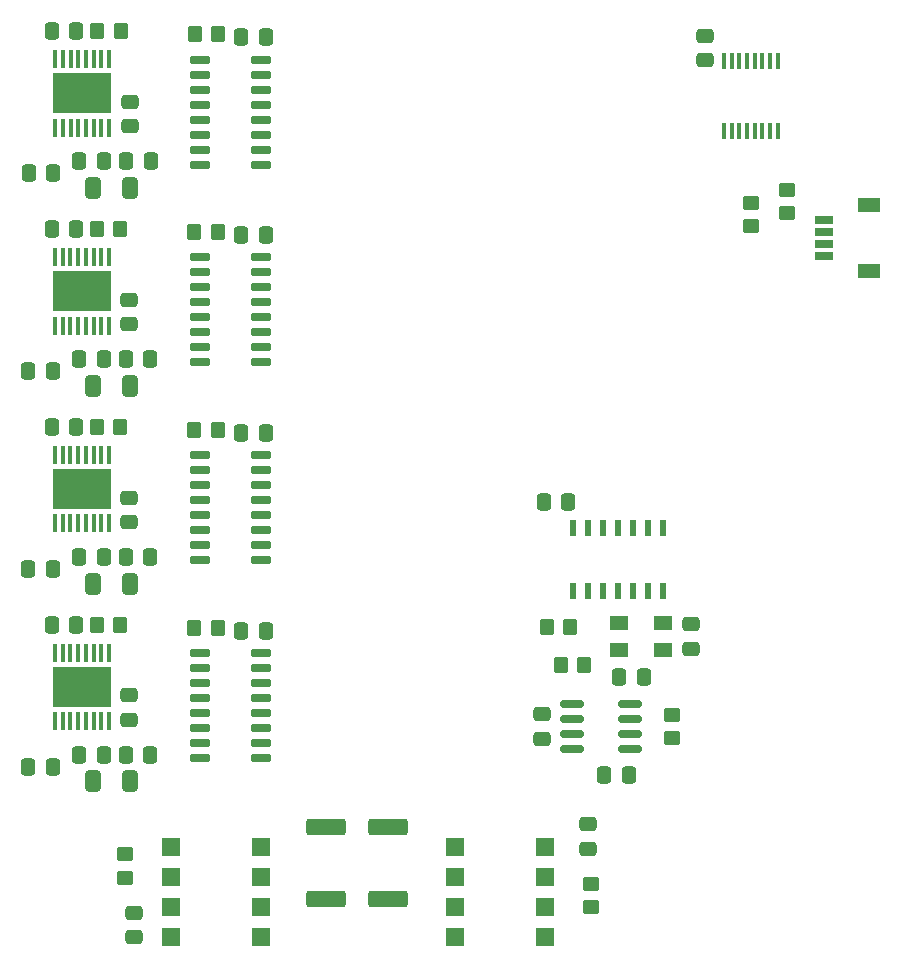
<source format=gbr>
%TF.GenerationSoftware,KiCad,Pcbnew,8.0.6*%
%TF.CreationDate,2025-02-03T18:30:10-05:00*%
%TF.ProjectId,Pico_LCC,5069636f-5f4c-4434-932e-6b696361645f,2*%
%TF.SameCoordinates,Original*%
%TF.FileFunction,Paste,Top*%
%TF.FilePolarity,Positive*%
%FSLAX46Y46*%
G04 Gerber Fmt 4.6, Leading zero omitted, Abs format (unit mm)*
G04 Created by KiCad (PCBNEW 8.0.6) date 2025-02-03 18:30:10*
%MOMM*%
%LPD*%
G01*
G04 APERTURE LIST*
G04 Aperture macros list*
%AMRoundRect*
0 Rectangle with rounded corners*
0 $1 Rounding radius*
0 $2 $3 $4 $5 $6 $7 $8 $9 X,Y pos of 4 corners*
0 Add a 4 corners polygon primitive as box body*
4,1,4,$2,$3,$4,$5,$6,$7,$8,$9,$2,$3,0*
0 Add four circle primitives for the rounded corners*
1,1,$1+$1,$2,$3*
1,1,$1+$1,$4,$5*
1,1,$1+$1,$6,$7*
1,1,$1+$1,$8,$9*
0 Add four rect primitives between the rounded corners*
20,1,$1+$1,$2,$3,$4,$5,0*
20,1,$1+$1,$4,$5,$6,$7,0*
20,1,$1+$1,$6,$7,$8,$9,0*
20,1,$1+$1,$8,$9,$2,$3,0*%
G04 Aperture macros list end*
%ADD10C,0.000000*%
%ADD11RoundRect,0.250000X-0.412500X-0.650000X0.412500X-0.650000X0.412500X0.650000X-0.412500X0.650000X0*%
%ADD12RoundRect,0.250000X0.475000X-0.337500X0.475000X0.337500X-0.475000X0.337500X-0.475000X-0.337500X0*%
%ADD13RoundRect,0.250000X0.350000X0.450000X-0.350000X0.450000X-0.350000X-0.450000X0.350000X-0.450000X0*%
%ADD14R,0.355600X1.409700*%
%ADD15RoundRect,0.150000X-0.725000X-0.150000X0.725000X-0.150000X0.725000X0.150000X-0.725000X0.150000X0*%
%ADD16RoundRect,0.250000X0.337500X0.475000X-0.337500X0.475000X-0.337500X-0.475000X0.337500X-0.475000X0*%
%ADD17RoundRect,0.250000X-0.337500X-0.475000X0.337500X-0.475000X0.337500X0.475000X-0.337500X0.475000X0*%
%ADD18R,0.449999X1.500000*%
%ADD19R,5.000000X3.400001*%
%ADD20RoundRect,0.250000X-0.450000X0.350000X-0.450000X-0.350000X0.450000X-0.350000X0.450000X0.350000X0*%
%ADD21RoundRect,0.250000X-0.350000X-0.450000X0.350000X-0.450000X0.350000X0.450000X-0.350000X0.450000X0*%
%ADD22RoundRect,0.250000X0.450000X-0.350000X0.450000X0.350000X-0.450000X0.350000X-0.450000X-0.350000X0*%
%ADD23R,1.549400X0.660400*%
%ADD24R,1.905000X1.295400*%
%ADD25RoundRect,0.150000X-0.825000X-0.150000X0.825000X-0.150000X0.825000X0.150000X-0.825000X0.150000X0*%
%ADD26R,1.600000X1.600000*%
%ADD27R,0.558800X1.397000*%
%ADD28R,1.600000X1.300000*%
%ADD29RoundRect,0.249999X1.425001X-0.450001X1.425001X0.450001X-1.425001X0.450001X-1.425001X-0.450001X0*%
G04 APERTURE END LIST*
D10*
%TO.C,U7*%
G36*
X43604737Y-80876639D02*
G01*
X43613967Y-80879438D01*
X43622471Y-80883984D01*
X43629929Y-80890103D01*
X43636048Y-80897561D01*
X43640594Y-80906065D01*
X43643393Y-80915295D01*
X43644338Y-80924894D01*
X43644338Y-83286494D01*
X43643393Y-83296093D01*
X43640594Y-83305323D01*
X43636048Y-83313827D01*
X43629929Y-83321285D01*
X43622471Y-83327404D01*
X43613967Y-83331950D01*
X43604737Y-83334749D01*
X43595138Y-83335694D01*
X40143538Y-83335694D01*
X40133939Y-83334749D01*
X40124709Y-83331950D01*
X40116205Y-83327404D01*
X40108747Y-83321285D01*
X40102628Y-83313827D01*
X40098082Y-83305323D01*
X40095283Y-83296093D01*
X40094338Y-83286494D01*
X40094338Y-80924894D01*
X40095283Y-80915295D01*
X40098082Y-80906065D01*
X40102628Y-80897561D01*
X40108747Y-80890103D01*
X40116205Y-80883984D01*
X40124709Y-80879438D01*
X40133939Y-80876639D01*
X40143538Y-80875694D01*
X43595138Y-80875694D01*
X43604737Y-80876639D01*
G37*
%TO.C,U5*%
G36*
X43604737Y-64126639D02*
G01*
X43613967Y-64129438D01*
X43622471Y-64133984D01*
X43629929Y-64140103D01*
X43636048Y-64147561D01*
X43640594Y-64156065D01*
X43643393Y-64165295D01*
X43644338Y-64174894D01*
X43644338Y-66536494D01*
X43643393Y-66546093D01*
X43640594Y-66555323D01*
X43636048Y-66563827D01*
X43629929Y-66571285D01*
X43622471Y-66577404D01*
X43613967Y-66581950D01*
X43604737Y-66584749D01*
X43595138Y-66585694D01*
X40143538Y-66585694D01*
X40133939Y-66584749D01*
X40124709Y-66581950D01*
X40116205Y-66577404D01*
X40108747Y-66571285D01*
X40102628Y-66563827D01*
X40098082Y-66555323D01*
X40095283Y-66546093D01*
X40094338Y-66536494D01*
X40094338Y-64174894D01*
X40095283Y-64165295D01*
X40098082Y-64156065D01*
X40102628Y-64147561D01*
X40108747Y-64140103D01*
X40116205Y-64133984D01*
X40124709Y-64129438D01*
X40133939Y-64126639D01*
X40143538Y-64125694D01*
X43595138Y-64125694D01*
X43604737Y-64126639D01*
G37*
%TO.C,U9*%
G36*
X43604737Y-97626639D02*
G01*
X43613967Y-97629438D01*
X43622471Y-97633984D01*
X43629929Y-97640103D01*
X43636048Y-97647561D01*
X43640594Y-97656065D01*
X43643393Y-97665295D01*
X43644338Y-97674894D01*
X43644338Y-100036494D01*
X43643393Y-100046093D01*
X43640594Y-100055323D01*
X43636048Y-100063827D01*
X43629929Y-100071285D01*
X43622471Y-100077404D01*
X43613967Y-100081950D01*
X43604737Y-100084749D01*
X43595138Y-100085694D01*
X40143538Y-100085694D01*
X40133939Y-100084749D01*
X40124709Y-100081950D01*
X40116205Y-100077404D01*
X40108747Y-100071285D01*
X40102628Y-100063827D01*
X40098082Y-100055323D01*
X40095283Y-100046093D01*
X40094338Y-100036494D01*
X40094338Y-97674894D01*
X40095283Y-97665295D01*
X40098082Y-97656065D01*
X40102628Y-97647561D01*
X40108747Y-97640103D01*
X40116205Y-97633984D01*
X40124709Y-97629438D01*
X40133939Y-97626639D01*
X40143538Y-97625694D01*
X43595138Y-97625694D01*
X43604737Y-97626639D01*
G37*
%TO.C,U3*%
G36*
X43629149Y-47376639D02*
G01*
X43638379Y-47379438D01*
X43646883Y-47383984D01*
X43654341Y-47390103D01*
X43660460Y-47397561D01*
X43665006Y-47406065D01*
X43667805Y-47415295D01*
X43668750Y-47424894D01*
X43668750Y-49786494D01*
X43667805Y-49796093D01*
X43665006Y-49805323D01*
X43660460Y-49813827D01*
X43654341Y-49821285D01*
X43646883Y-49827404D01*
X43638379Y-49831950D01*
X43629149Y-49834749D01*
X43619550Y-49835694D01*
X40167950Y-49835694D01*
X40158351Y-49834749D01*
X40149121Y-49831950D01*
X40140617Y-49827404D01*
X40133159Y-49821285D01*
X40127040Y-49813827D01*
X40122494Y-49805323D01*
X40119695Y-49796093D01*
X40118750Y-49786494D01*
X40118750Y-47424894D01*
X40119695Y-47415295D01*
X40122494Y-47406065D01*
X40127040Y-47397561D01*
X40133159Y-47390103D01*
X40140617Y-47383984D01*
X40149121Y-47379438D01*
X40158351Y-47376639D01*
X40167950Y-47375694D01*
X43619550Y-47375694D01*
X43629149Y-47376639D01*
G37*
%TD*%
D11*
%TO.C,C18*%
X42806838Y-90105694D03*
X45931838Y-90105694D03*
%TD*%
D12*
%TO.C,C34*%
X46250000Y-120037500D03*
X46250000Y-117962500D03*
%TD*%
D13*
%TO.C,R1*%
X45143750Y-43355694D03*
X43143750Y-43355694D03*
%TD*%
D14*
%TO.C,U14*%
X96225049Y-51762750D03*
X96875035Y-51762750D03*
X97525021Y-51762750D03*
X98175007Y-51762750D03*
X98824993Y-51762750D03*
X99474979Y-51762750D03*
X100124965Y-51762750D03*
X100774951Y-51762750D03*
X100774951Y-45857250D03*
X100124965Y-45857250D03*
X99474979Y-45857250D03*
X98824993Y-45857250D03*
X98175007Y-45857250D03*
X97525021Y-45857250D03*
X96875035Y-45857250D03*
X96225049Y-45857250D03*
%TD*%
D15*
%TO.C,U4*%
X51869338Y-62485694D03*
X51869338Y-63755694D03*
X51869338Y-65025694D03*
X51869338Y-66295694D03*
X51869338Y-67565694D03*
X51869338Y-68835694D03*
X51869338Y-70105694D03*
X51869338Y-71375694D03*
X57019338Y-71375694D03*
X57019338Y-70105694D03*
X57019338Y-68835694D03*
X57019338Y-67565694D03*
X57019338Y-66295694D03*
X57019338Y-65025694D03*
X57019338Y-63755694D03*
X57019338Y-62485694D03*
%TD*%
D16*
%TO.C,C19*%
X39406838Y-88855694D03*
X37331838Y-88855694D03*
%TD*%
D15*
%TO.C,U2*%
X51893750Y-45735694D03*
X51893750Y-47005694D03*
X51893750Y-48275694D03*
X51893750Y-49545694D03*
X51893750Y-50815694D03*
X51893750Y-52085694D03*
X51893750Y-53355694D03*
X51893750Y-54625694D03*
X57043750Y-54625694D03*
X57043750Y-53355694D03*
X57043750Y-52085694D03*
X57043750Y-50815694D03*
X57043750Y-49545694D03*
X57043750Y-48275694D03*
X57043750Y-47005694D03*
X57043750Y-45735694D03*
%TD*%
D17*
%TO.C,C17*%
X41619338Y-87855694D03*
X43694338Y-87855694D03*
%TD*%
D16*
%TO.C,C30*%
X83037500Y-83200000D03*
X80962500Y-83200000D03*
%TD*%
%TO.C,C16*%
X57406838Y-77355694D03*
X55331838Y-77355694D03*
%TD*%
%TO.C,C21*%
X41369338Y-76855694D03*
X39294338Y-76855694D03*
%TD*%
D18*
%TO.C,U7*%
X44144337Y-79205695D03*
X43494336Y-79205695D03*
X42844337Y-79205695D03*
X42194336Y-79205695D03*
X41544337Y-79205695D03*
X40894336Y-79205695D03*
X40244337Y-79205695D03*
X39594336Y-79205695D03*
X39594336Y-85005693D03*
X40244337Y-85005693D03*
X40894336Y-85005693D03*
X41544337Y-85005693D03*
X42194336Y-85005693D03*
X42844337Y-85005693D03*
X43494336Y-85005693D03*
X44144337Y-85005693D03*
D19*
X41869338Y-82105694D03*
%TD*%
D16*
%TO.C,C7*%
X41393750Y-43355694D03*
X39318750Y-43355694D03*
%TD*%
D17*
%TO.C,C20*%
X45581838Y-87855694D03*
X47656838Y-87855694D03*
%TD*%
D18*
%TO.C,U5*%
X44144337Y-62455695D03*
X43494336Y-62455695D03*
X42844337Y-62455695D03*
X42194336Y-62455695D03*
X41544337Y-62455695D03*
X40894336Y-62455695D03*
X40244337Y-62455695D03*
X39594336Y-62455695D03*
X39594336Y-68255693D03*
X40244337Y-68255693D03*
X40894336Y-68255693D03*
X41544337Y-68255693D03*
X42194336Y-68255693D03*
X42844337Y-68255693D03*
X43494336Y-68255693D03*
X44144337Y-68255693D03*
D19*
X41869338Y-65355694D03*
%TD*%
D17*
%TO.C,C3*%
X41643750Y-54355694D03*
X43718750Y-54355694D03*
%TD*%
D12*
%TO.C,C15*%
X45869338Y-84893194D03*
X45869338Y-82818194D03*
%TD*%
D16*
%TO.C,C2*%
X57431250Y-43855694D03*
X55356250Y-43855694D03*
%TD*%
D20*
%TO.C,R9*%
X101598500Y-56750000D03*
X101598500Y-58750000D03*
%TD*%
D21*
%TO.C,R2*%
X51393750Y-43605694D03*
X53393750Y-43605694D03*
%TD*%
D13*
%TO.C,R10*%
X43119338Y-93605694D03*
X45119338Y-93605694D03*
%TD*%
D11*
%TO.C,C25*%
X45931838Y-106855694D03*
X42806838Y-106855694D03*
%TD*%
D17*
%TO.C,C10*%
X41619338Y-71105694D03*
X43694338Y-71105694D03*
%TD*%
D13*
%TO.C,R7*%
X45119338Y-76855694D03*
X43119338Y-76855694D03*
%TD*%
D15*
%TO.C,U8*%
X57019338Y-95985694D03*
X57019338Y-97255694D03*
X57019338Y-98525694D03*
X57019338Y-99795694D03*
X57019338Y-101065694D03*
X57019338Y-102335694D03*
X57019338Y-103605694D03*
X57019338Y-104875694D03*
X51869338Y-104875694D03*
X51869338Y-103605694D03*
X51869338Y-102335694D03*
X51869338Y-101065694D03*
X51869338Y-99795694D03*
X51869338Y-98525694D03*
X51869338Y-97255694D03*
X51869338Y-95985694D03*
%TD*%
D22*
%TO.C,R13*%
X45500000Y-115000000D03*
X45500000Y-113000000D03*
%TD*%
D12*
%TO.C,C22*%
X45869338Y-99568194D03*
X45869338Y-101643194D03*
%TD*%
D11*
%TO.C,C11*%
X42806838Y-73355694D03*
X45931838Y-73355694D03*
%TD*%
D19*
%TO.C,U9*%
X41869338Y-98855694D03*
D18*
X44144337Y-101755693D03*
X43494336Y-101755693D03*
X42844337Y-101755693D03*
X42194336Y-101755693D03*
X41544337Y-101755693D03*
X40894336Y-101755693D03*
X40244337Y-101755693D03*
X39594336Y-101755693D03*
X39594336Y-95955695D03*
X40244337Y-95955695D03*
X40894336Y-95955695D03*
X41544337Y-95955695D03*
X42194336Y-95955695D03*
X42844337Y-95955695D03*
X43494336Y-95955695D03*
X44144337Y-95955695D03*
%TD*%
D17*
%TO.C,C27*%
X47656838Y-104605694D03*
X45581838Y-104605694D03*
%TD*%
D11*
%TO.C,C4*%
X42831250Y-56605694D03*
X45956250Y-56605694D03*
%TD*%
D17*
%TO.C,C24*%
X43694338Y-104605694D03*
X41619338Y-104605694D03*
%TD*%
D12*
%TO.C,C35*%
X84750000Y-112537500D03*
X84750000Y-110462500D03*
%TD*%
D23*
%TO.C,J3*%
X104651500Y-62344250D03*
X104651500Y-61344249D03*
X104651500Y-60344251D03*
X104651500Y-59344250D03*
D24*
X108526501Y-58044251D03*
X108526501Y-63644249D03*
%TD*%
D16*
%TO.C,C5*%
X39431250Y-55355694D03*
X37356250Y-55355694D03*
%TD*%
D12*
%TO.C,C1*%
X45893750Y-51393194D03*
X45893750Y-49318194D03*
%TD*%
%TO.C,C8*%
X45869338Y-68143194D03*
X45869338Y-66068194D03*
%TD*%
D21*
%TO.C,R8*%
X51369338Y-77105694D03*
X53369338Y-77105694D03*
%TD*%
D16*
%TO.C,C36*%
X89437500Y-98000000D03*
X87362500Y-98000000D03*
%TD*%
%TO.C,C29*%
X88142500Y-106295000D03*
X86067500Y-106295000D03*
%TD*%
D25*
%TO.C,U11*%
X83355000Y-100275000D03*
X83355000Y-101545000D03*
X83355000Y-102815000D03*
X83355000Y-104085000D03*
X88305000Y-104085000D03*
X88305000Y-102815000D03*
X88305000Y-101545000D03*
X88305000Y-100275000D03*
%TD*%
D22*
%TO.C,R16*%
X85000000Y-117500000D03*
X85000000Y-115500000D03*
%TD*%
D12*
%TO.C,C33*%
X80830000Y-103217500D03*
X80830000Y-101142500D03*
%TD*%
D21*
%TO.C,R5*%
X51369338Y-60355694D03*
X53369338Y-60355694D03*
%TD*%
D13*
%TO.C,R4*%
X45119338Y-60105694D03*
X43119338Y-60105694D03*
%TD*%
D16*
%TO.C,C28*%
X39294338Y-93605694D03*
X41369338Y-93605694D03*
%TD*%
D20*
%TO.C,R12*%
X98500000Y-57844250D03*
X98500000Y-59844250D03*
%TD*%
D21*
%TO.C,R11*%
X53369338Y-93855694D03*
X51369338Y-93855694D03*
%TD*%
D15*
%TO.C,U6*%
X51869338Y-79235694D03*
X51869338Y-80505694D03*
X51869338Y-81775694D03*
X51869338Y-83045694D03*
X51869338Y-84315694D03*
X51869338Y-85585694D03*
X51869338Y-86855694D03*
X51869338Y-88125694D03*
X57019338Y-88125694D03*
X57019338Y-86855694D03*
X57019338Y-85585694D03*
X57019338Y-84315694D03*
X57019338Y-83045694D03*
X57019338Y-81775694D03*
X57019338Y-80505694D03*
X57019338Y-79235694D03*
%TD*%
D26*
%TO.C,U13*%
X73440000Y-112440000D03*
X73440000Y-114980000D03*
X73440000Y-117520000D03*
X73440000Y-120060000D03*
X81060000Y-120060000D03*
X81060000Y-117520000D03*
X81060000Y-114980000D03*
X81060000Y-112440000D03*
%TD*%
D27*
%TO.C,U10*%
X83400000Y-90708600D03*
X84670000Y-90708600D03*
X85940000Y-90708600D03*
X87210000Y-90708600D03*
X88480000Y-90708600D03*
X89750000Y-90708600D03*
X91020000Y-90708600D03*
X91020000Y-85400000D03*
X89750000Y-85400000D03*
X88480000Y-85400000D03*
X87210000Y-85400000D03*
X85940000Y-85400000D03*
X84670000Y-85400000D03*
X83400000Y-85400000D03*
%TD*%
D18*
%TO.C,U3*%
X44168749Y-45705695D03*
X43518748Y-45705695D03*
X42868749Y-45705695D03*
X42218748Y-45705695D03*
X41568749Y-45705695D03*
X40918748Y-45705695D03*
X40268749Y-45705695D03*
X39618748Y-45705695D03*
X39618748Y-51505693D03*
X40268749Y-51505693D03*
X40918748Y-51505693D03*
X41568749Y-51505693D03*
X42218748Y-51505693D03*
X42868749Y-51505693D03*
X43518748Y-51505693D03*
X44168749Y-51505693D03*
D19*
X41893750Y-48605694D03*
%TD*%
D16*
%TO.C,C23*%
X55331838Y-94105694D03*
X57406838Y-94105694D03*
%TD*%
D12*
%TO.C,C32*%
X94657454Y-45787500D03*
X94657454Y-43712500D03*
%TD*%
D16*
%TO.C,C12*%
X39406838Y-72105694D03*
X37331838Y-72105694D03*
%TD*%
%TO.C,C9*%
X57406838Y-60605694D03*
X55331838Y-60605694D03*
%TD*%
%TO.C,C14*%
X41369338Y-60105694D03*
X39294338Y-60105694D03*
%TD*%
D21*
%TO.C,R3*%
X81200000Y-93800000D03*
X83200000Y-93800000D03*
%TD*%
D28*
%TO.C,Y1*%
X87300000Y-95750000D03*
X91100000Y-95750000D03*
X91100000Y-93450000D03*
X87300000Y-93450000D03*
%TD*%
D22*
%TO.C,R17*%
X91800000Y-103200000D03*
X91800000Y-101200000D03*
%TD*%
D29*
%TO.C,R15*%
X67750000Y-116800000D03*
X67750000Y-110700000D03*
%TD*%
D13*
%TO.C,R6*%
X84400000Y-97000000D03*
X82400000Y-97000000D03*
%TD*%
D16*
%TO.C,C26*%
X37331838Y-105605694D03*
X39406838Y-105605694D03*
%TD*%
D17*
%TO.C,C13*%
X45581838Y-71105694D03*
X47656838Y-71105694D03*
%TD*%
D12*
%TO.C,C39*%
X93400000Y-95637500D03*
X93400000Y-93562500D03*
%TD*%
D26*
%TO.C,U12*%
X57060000Y-120060000D03*
X57060000Y-117520000D03*
X57060000Y-114980000D03*
X57060000Y-112440000D03*
X49440000Y-112440000D03*
X49440000Y-114980000D03*
X49440000Y-117520000D03*
X49440000Y-120060000D03*
%TD*%
D29*
%TO.C,R14*%
X62500000Y-116800000D03*
X62500000Y-110700000D03*
%TD*%
D17*
%TO.C,C6*%
X45606250Y-54355694D03*
X47681250Y-54355694D03*
%TD*%
M02*

</source>
